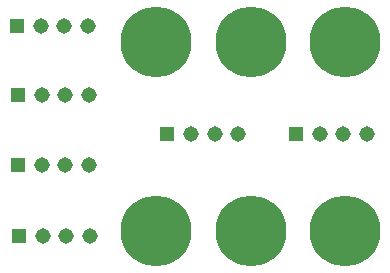
<source format=gbr>
G04*
G04 #@! TF.GenerationSoftware,Altium Limited,Altium Designer,23.0.1 (38)*
G04*
G04 Layer_Color=255*
%FSLAX25Y25*%
%MOIN*%
G70*
G04*
G04 #@! TF.SameCoordinates,383C52D0-4EDD-4C0E-AA1A-A67FCF8BFF30*
G04*
G04*
G04 #@! TF.FilePolarity,Positive*
G04*
G01*
G75*
%ADD23R,0.05150X0.05150*%
%ADD24C,0.05150*%
%ADD25C,0.23622*%
D23*
X369685Y166929D02*
D03*
X326752Y166937D02*
D03*
X276626Y202937D02*
D03*
X277004Y179937D02*
D03*
Y156437D02*
D03*
X277252Y132937D02*
D03*
D24*
X377559Y166929D02*
D03*
X385433D02*
D03*
X393307D02*
D03*
X350374Y166937D02*
D03*
X342500D02*
D03*
X334626D02*
D03*
X300248Y202937D02*
D03*
X292374D02*
D03*
X284500D02*
D03*
X284878Y179937D02*
D03*
X292752D02*
D03*
X300626D02*
D03*
X284878Y156437D02*
D03*
X292752D02*
D03*
X300626D02*
D03*
X300874Y132937D02*
D03*
X293000D02*
D03*
X285126D02*
D03*
D25*
X354563Y197437D02*
D03*
X386059D02*
D03*
X323067D02*
D03*
Y134445D02*
D03*
X354563D02*
D03*
X386059D02*
D03*
M02*

</source>
